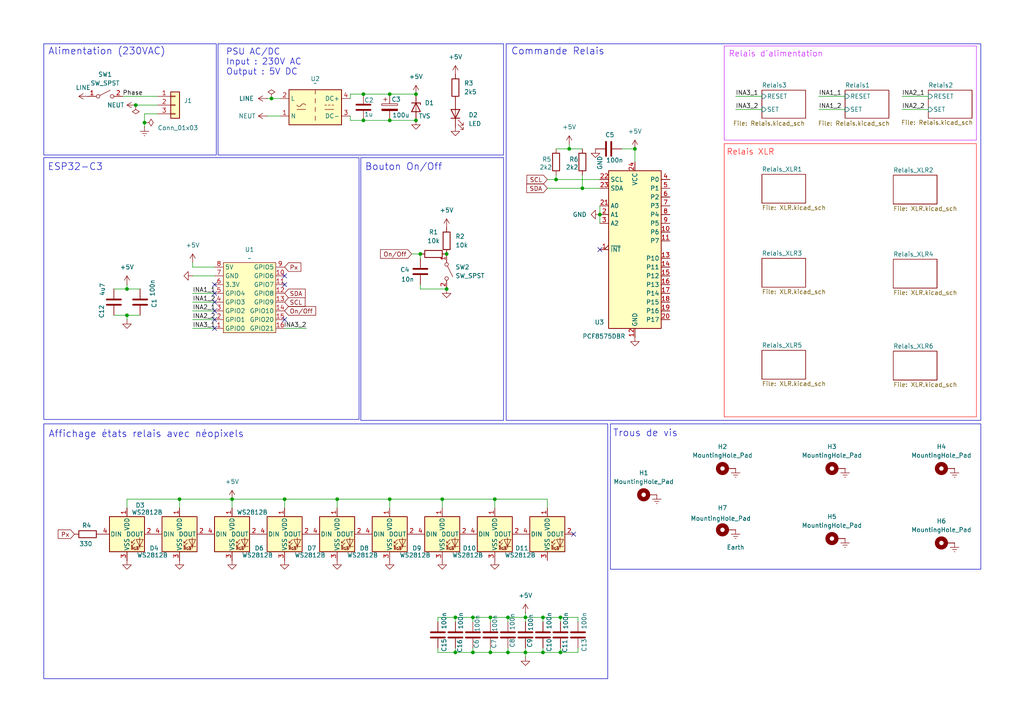
<source format=kicad_sch>
(kicad_sch (version 20250114) (generator "eeschema") (generator_version "9.0")
  (paper "A4")
  (lib_symbols
    (symbol "AC-DC-5V:U_1"
      (property "Reference" "U" (at 5.08 -1.905 0))
      (symbol "U_1_0_1"
        (rectangle (start -7.62 4.445) (end 7.62 -5.715) (stroke (width 0.254)) (fill (type background)))
        (polyline (pts (xy -5.334 -1.27) (xy -2.794 -1.27)))
        (arc (start -4.064 0) (mid -4.699 -0.3855) (end -5.334 0))
        (arc (start -4.064 0) (mid -3.429 0.3722) (end -2.794 0))
        (polyline (pts (xy 2.794 0) (xy 3.302 0)))
        (polyline (pts (xy 2.794 -1.27) (xy 5.334 -1.27)))
        (polyline (pts (xy 3.81 0) (xy 4.318 0)))
        (polyline (pts (xy 4.826 0) (xy 5.334 0)))
      )
      (symbol "U_1_1_1"
        (polyline (pts (xy 0 4.445) (xy 0 3.175)))
        (polyline (pts (xy 0 1.905) (xy 0 0.635)))
        (polyline (pts (xy 0 -0.635) (xy 0 -1.905)))
        (polyline (pts (xy 0 -3.175) (xy 0 -4.445)))
        (pin power_in line (at -10.16 1.905 0) (length 2.54) (name "L") (number "2"))
        (pin power_in line (at -10.16 -3.175 0) (length 2.54) (name "N") (number "1"))
        (pin power_out line (at 10.16 1.905 180) (length 2.54) (name "DC+") (number "4"))
        (pin power_out line (at 10.16 -3.175 180) (length 2.54) (name "DC-") (number "3"))
      )
    )
    (symbol "Connector_Generic:Conn_01x03" (pin_names (offset 1.016) (hide yes))
      (property "Reference" "J" (at 0 5.08 0))
      (property "Value" "Conn_01x03" (at 0 -5.08 0))
      (symbol "Conn_01x03_1_1"
        (rectangle (start -1.27 3.81) (end 1.27 -3.81) (stroke (width 0.254)) (fill (type background)))
        (rectangle (start -1.27 2.667) (end 0 2.413) (stroke (width 0.1524)))
        (rectangle (start -1.27 0.127) (end 0 -0.127) (stroke (width 0.1524)))
        (rectangle (start -1.27 -2.413) (end 0 -2.667) (stroke (width 0.1524)))
        (pin passive line (at -5.08 2.54 0) (length 3.81) (name "Pin_1") (number "1"))
        (pin passive line (at -5.08 0 0) (length 3.81) (name "Pin_2") (number "2"))
        (pin passive line (at -5.08 -2.54 0) (length 3.81) (name "Pin_3") (number "3"))
      )
    )
    (symbol "Device:C" (pin_numbers (hide yes)) (pin_names (offset 0.254))
      (property "Reference" "C" (at 0.635 2.54 0))
      (property "Value" "C" (at 0.635 -2.54 0))
      (symbol "C_0_1"
        (polyline (pts (xy -2.032 0.762) (xy 2.032 0.762)) (stroke (width 0.508)))
        (polyline (pts (xy -2.032 -0.762) (xy 2.032 -0.762)) (stroke (width 0.508)))
      )
      (symbol "C_1_1"
        (pin passive line (at 0 3.81 270) (length 2.794) (name "~") (number "1"))
        (pin passive line (at 0 -3.81 90) (length 2.794) (name "~") (number "2"))
      )
    )
    (symbol "Device:C_Polarized" (pin_numbers (hide yes)) (pin_names (offset 0.254))
      (property "Reference" "C" (at 0.635 2.54 0))
      (property "Value" "C_Polarized" (at 0.635 -2.54 0))
      (symbol "C_Polarized_0_1"
        (rectangle (start -2.286 0.508) (end 2.286 1.016))
        (polyline (pts (xy -1.778 2.286) (xy -0.762 2.286)))
        (polyline (pts (xy -1.27 2.794) (xy -1.27 1.778)))
        (rectangle (start 2.286 -0.508) (end -2.286 -1.016) (fill (type outline)))
      )
      (symbol "C_Polarized_1_1"
        (pin passive line (at 0 3.81 270) (length 2.794) (name "~") (number "1"))
        (pin passive line (at 0 -3.81 90) (length 2.794) (name "~") (number "2"))
      )
    )
    (symbol "Device:LED" (pin_numbers (hide yes)) (pin_names (offset 1.016) (hide yes))
      (property "Reference" "D" (at 0 2.54 0))
      (property "Value" "LED" (at 0 -2.54 0))
      (symbol "LED_0_1"
        (polyline (pts (xy -3.048 -0.762) (xy -4.572 -2.286) (xy -3.81 -2.286) (xy -4.572 -2.286) (xy -4.572 -1.524)))
        (polyline (pts (xy -1.778 -0.762) (xy -3.302 -2.286) (xy -2.54 -2.286) (xy -3.302 -2.286) (xy -3.302 -1.524)))
        (polyline (pts (xy -1.27 0) (xy 1.27 0)))
        (polyline (pts (xy -1.27 -1.27) (xy -1.27 1.27)) (stroke (width 0.254)))
        (polyline (pts (xy 1.27 -1.27) (xy 1.27 1.27) (xy -1.27 0) (xy 1.27 -1.27)) (stroke (width 0.254)))
      )
      (symbol "LED_1_1"
        (pin passive line (at -3.81 0 0) (length 2.54) (name "K") (number "1"))
        (pin passive line (at 3.81 0 180) (length 2.54) (name "A") (number "2"))
      )
    )
    (symbol "Device:R" (pin_numbers (hide yes)) (pin_names (offset 0))
      (property "Reference" "R" (at 2.032 0 90))
      (property "Value" "R" (at 0 0 90))
      (symbol "R_0_1"
        (rectangle (start -1.016 -2.54) (end 1.016 2.54) (stroke (width 0.254)))
      )
      (symbol "R_1_1"
        (pin passive line (at 0 3.81 270) (length 1.27) (name "~") (number "1"))
        (pin passive line (at 0 -3.81 90) (length 1.27) (name "~") (number "2"))
      )
    )
    (symbol "Diode:PTVS7V5Z1USK" (pin_numbers (hide yes)) (pin_names (hide yes))
      (property "Reference" "D" (at 0 2.54 0))
      (property "Value" "PTVS7V5Z1USK" (at 0 -2.54 0))
      (symbol "PTVS7V5Z1USK_0_1"
        (polyline (pts (xy -1.27 -1.27) (xy -1.27 1.27) (xy -0.762 1.27)) (stroke (width 0.254)))
        (polyline (pts (xy 1.27 0) (xy -1.27 0)))
        (polyline (pts (xy 1.27 -1.27) (xy 1.27 1.27) (xy -1.27 0) (xy 1.27 -1.27)) (stroke (width 0.254)))
      )
      (symbol "PTVS7V5Z1USK_1_1"
        (pin passive line (at -3.81 0 0) (length 2.54) (name "K") (number "1"))
        (pin passive line (at 3.81 0 180) (length 2.54) (name "A") (number "2"))
      )
    )
    (symbol "ESP32_C3_SuperMini:SuperMini_1"
      (property "Reference" "U" (at 0 0 0))
      (symbol "SuperMini_1_1_1"
        (rectangle (start -7.62 10.16) (end 7.62 -10.16) (fill (type background)))
        (pin input line (at -10.16 8.89 0) (length 2.54) (name "5V") (number "8"))
        (pin input line (at -10.16 6.35 0) (length 2.54) (name "GND") (number "7"))
        (pin input line (at -10.16 3.81 0) (length 2.54) (name "3.3V") (number "6"))
        (pin input line (at -10.16 1.27 0) (length 2.54) (name "GPIO4") (number "5"))
        (pin input line (at -10.16 -1.27 0) (length 2.54) (name "GPIO3") (number "4"))
        (pin input line (at -10.16 -3.81 0) (length 2.54) (name "GPIO2") (number "3"))
        (pin input line (at -10.16 -6.35 0) (length 2.54) (name "GPIO1") (number "2"))
        (pin input line (at -10.16 -8.89 0) (length 2.54) (name "GPIO0") (number "1"))
        (pin input line (at 10.16 8.89 180) (length 2.54) (name "GPIO5") (number "9"))
        (pin input line (at 10.16 6.35 180) (length 2.54) (name "GPIO6") (number "10"))
        (pin input line (at 10.16 3.81 180) (length 2.54) (name "GPIO7") (number "11"))
        (pin input line (at 10.16 1.27 180) (length 2.54) (name "GPIO8") (number "12"))
        (pin input line (at 10.16 -1.27 180) (length 2.54) (name "GPIO9") (number "13"))
        (pin input line (at 10.16 -3.81 180) (length 2.54) (name "GPIO10") (number "14"))
        (pin input line (at 10.16 -6.35 180) (length 2.54) (name "GPIO20") (number "15"))
        (pin input line (at 10.16 -8.89 180) (length 2.54) (name "GPIO21") (number "16"))
      )
    )
    (symbol "Interface_Expansion:PCF8575DBR"
      (property "Reference" "U" (at -6.35 24.13 0))
      (property "Value" "PCF8575DBR" (at 7.62 -24.13 0))
      (symbol "PCF8575DBR_0_1"
        (rectangle (start -7.62 22.86) (end 7.62 -22.86) (stroke (width 0.254)) (fill (type background)))
      )
      (symbol "PCF8575DBR_1_1"
        (pin input line (at -10.16 20.32 0) (length 2.54) (name "SCL") (number "22"))
        (pin bidirectional line (at -10.16 17.78 0) (length 2.54) (name "SDA") (number "23"))
        (pin input line (at -10.16 12.7 0) (length 2.54) (name "A0") (number "21"))
        (pin input line (at -10.16 10.16 0) (length 2.54) (name "A1") (number "2"))
        (pin input line (at -10.16 7.62 0) (length 2.54) (name "A2") (number "3"))
        (pin open_collector output_low (at -10.16 0 0) (length 2.54) (name "~{INT}") (number "1"))
        (pin power_in line (at 0 25.4 270) (length 2.54) (name "VCC") (number "24"))
        (pin power_in line (at 0 -25.4 90) (length 2.54) (name "GND") (number "12"))
        (pin bidirectional line (at 10.16 20.32 180) (length 2.54) (name "P0") (number "4"))
        (pin bidirectional line (at 10.16 17.78 180) (length 2.54) (name "P1") (number "5"))
        (pin bidirectional line (at 10.16 15.24 180) (length 2.54) (name "P2") (number "6"))
        (pin bidirectional line (at 10.16 12.7 180) (length 2.54) (name "P3") (number "7"))
        (pin bidirectional line (at 10.16 10.16 180) (length 2.54) (name "P4") (number "8"))
        (pin bidirectional line (at 10.16 7.62 180) (length 2.54) (name "P5") (number "9"))
        (pin bidirectional line (at 10.16 5.08 180) (length 2.54) (name "P6") (number "10"))
        (pin bidirectional line (at 10.16 2.54 180) (length 2.54) (name "P7") (number "11"))
        (pin bidirectional line (at 10.16 -2.54 180) (length 2.54) (name "P10") (number "13"))
        (pin bidirectional line (at 10.16 -5.08 180) (length 2.54) (name "P11") (number "14"))
        (pin bidirectional line (at 10.16 -7.62 180) (length 2.54) (name "P12") (number "15"))
        (pin bidirectional line (at 10.16 -10.16 180) (length 2.54) (name "P13") (number "16"))
        (pin bidirectional line (at 10.16 -12.7 180) (length 2.54) (name "P14") (number "17"))
        (pin bidirectional line (at 10.16 -15.24 180) (length 2.54) (name "P15") (number "18"))
        (pin bidirectional line (at 10.16 -17.78 180) (length 2.54) (name "P16") (number "19"))
        (pin bidirectional line (at 10.16 -20.32 180) (length 2.54) (name "P17") (number "20"))
      )
    )
    (symbol "LED:WS2812B" (pin_names (offset 0.254))
      (property "Reference" "D" (at 5.08 5.715 0))
      (property "Value" "WS2812B" (at 1.27 -5.715 0))
      (symbol "WS2812B_0_0"
        (text "RGB" (at 2.286 -4.191 0) (effects (font (size 0.762 0.762))))
      )
      (symbol "WS2812B_0_1"
        (polyline (pts (xy 1.27 -2.54) (xy 1.778 -2.54)))
        (polyline (pts (xy 1.27 -3.556) (xy 1.778 -3.556)))
        (polyline (pts (xy 2.286 -1.524) (xy 1.27 -2.54) (xy 1.27 -2.032)))
        (polyline (pts (xy 2.286 -2.54) (xy 1.27 -3.556) (xy 1.27 -3.048)))
        (polyline (pts (xy 3.683 -1.016) (xy 3.683 -3.556) (xy 3.683 -4.064)))
        (polyline (pts (xy 4.699 -1.524) (xy 2.667 -1.524) (xy 3.683 -3.556) (xy 4.699 -1.524)))
        (polyline (pts (xy 4.699 -3.556) (xy 2.667 -3.556)))
        (rectangle (start 5.08 5.08) (end -5.08 -5.08) (stroke (width 0.254)) (fill (type background)))
      )
      (symbol "WS2812B_1_1"
        (pin input line (at -7.62 0 0) (length 2.54) (name "DIN") (number "4"))
        (pin power_in line (at 0 7.62 270) (length 2.54) (name "VDD") (number "1"))
        (pin power_in line (at 0 -7.62 90) (length 2.54) (name "VSS") (number "3"))
        (pin output line (at 7.62 0 180) (length 2.54) (name "DOUT") (number "2"))
      )
    )
    (symbol "Mechanical:MountingHole_Pad" (pin_numbers (hide yes)) (pin_names (offset 1.016) (hide yes)) (in_bom no)
      (property "Reference" "H" (at 0 6.35 0))
      (property "Value" "MountingHole_Pad" (at 0 4.445 0))
      (symbol "MountingHole_Pad_0_1"
        (circle (center 0 1.27) (radius 1.27) (stroke (width 1.27)))
      )
      (symbol "MountingHole_Pad_1_1"
        (pin input line (at 0 -2.54 90) (length 2.54) (name "1") (number "1"))
      )
    )
    (symbol "Switch:SW_SPST" (pin_names (offset 0) (hide yes))
      (property "Reference" "SW" (at 0 3.175 0))
      (property "Value" "SW_SPST" (at 0 -2.54 0))
      (symbol "SW_SPST_0_0"
        (circle (center -2.032 0) (radius 0.508))
        (polyline (pts (xy -1.524 0.254) (xy 1.524 1.778)))
        (circle (center 2.032 0) (radius 0.508))
      )
      (symbol "SW_SPST_1_1"
        (pin passive line (at -5.08 0 0) (length 2.54) (name "A") (number "1"))
        (pin passive line (at 5.08 0 180) (length 2.54) (name "B") (number "2"))
      )
    )
    (symbol "power:+5V" (power) (pin_numbers (hide yes)) (pin_names (offset 0) (hide yes))
      (property "Value" "+5V" (at 0 3.556 0))
      (symbol "+5V_0_1"
        (polyline (pts (xy -0.762 1.27) (xy 0 2.54)))
        (polyline (pts (xy 0 2.54) (xy 0.762 1.27)))
        (polyline (pts (xy 0 0) (xy 0 2.54)))
      )
      (symbol "+5V_1_1"
        (pin power_in line (at 0 0 90) (length 0) (name "~") (number "1"))
      )
    )
    (symbol "power:Earth" (power) (pin_numbers (hide yes)) (pin_names (offset 0) (hide yes))
      (property "Value" "Earth" (at 0 -3.81 0))
      (symbol "Earth_0_1"
        (polyline (pts (xy -0.635 -1.905) (xy 0.635 -1.905)))
        (polyline (pts (xy -0.127 -2.54) (xy 0.127 -2.54)))
        (polyline (pts (xy 0 -1.27) (xy 0 0)))
        (polyline (pts (xy 1.27 -1.27) (xy -1.27 -1.27)))
      )
      (symbol "Earth_1_1"
        (pin power_in line (at 0 0 270) (length 0) (name "~") (number "1"))
      )
    )
    (symbol "power:GND" (power) (pin_numbers (hide yes)) (pin_names (offset 0) (hide yes))
      (property "Value" "GND" (at 0 -3.81 0))
      (symbol "GND_0_1"
        (polyline (pts (xy 0 0) (xy 0 -1.27) (xy 1.27 -1.27) (xy 0 -2.54) (xy -1.27 -1.27) (xy 0 -1.27)))
      )
      (symbol "GND_1_1"
        (pin power_in line (at 0 0 270) (length 0) (name "~") (number "1"))
      )
    )
    (symbol "power:LINE" (power) (pin_numbers (hide yes)) (pin_names (offset 0) (hide yes))
      (property "Value" "LINE" (at 0 3.556 0))
      (symbol "LINE_0_1"
        (polyline (pts (xy -0.762 1.27) (xy 0 2.54)))
        (polyline (pts (xy 0 2.54) (xy 0.762 1.27)))
        (polyline (pts (xy 0 0) (xy 0 2.54)))
      )
      (symbol "LINE_1_1"
        (pin power_in line (at 0 0 90) (length 0) (name "~") (number "1"))
      )
    )
    (symbol "power:NEUT" (power) (pin_numbers (hide yes)) (pin_names (offset 0) (hide yes))
      (property "Value" "NEUT" (at 0 3.556 0))
      (symbol "NEUT_0_1"
        (polyline (pts (xy -0.762 1.27) (xy 0 2.54)))
        (polyline (pts (xy 0 2.54) (xy 0.762 1.27)))
        (polyline (pts (xy 0 0) (xy 0 2.54)))
      )
      (symbol "NEUT_1_1"
        (pin power_in line (at 0 0 90) (length 0) (name "~") (number "1"))
      )
    )
    (symbol "power:PWR_FLAG" (power) (pin_numbers (hide yes)) (pin_names (offset 0) (hide yes))
      (property "Value" "PWR_FLAG" (at 0 3.81 0))
      (symbol "PWR_FLAG_0_0"
        (pin power_out line (at 0 0 90) (length 0) (name "~") (number "1"))
      )
      (symbol "PWR_FLAG_0_1"
        (polyline (pts (xy 0 0) (xy 0 1.27) (xy -1.016 1.905) (xy 0 2.54) (xy 1.016 1.905) (xy 0 1.27)))
      )
    )
  )
  (rectangle (start 177.038 122.936) (end 284.48 165.1))
  (rectangle (start 12.7 45.72) (end 104.14 121.666))
  (rectangle (start 146.812 12.7) (end 284.48 121.92))
  (rectangle (start 12.7 122.936) (end 176.276 196.85))
  (rectangle (start 63.246 12.7) (end 146.05 44.958))
  (rectangle (start 12.7 12.7) (end 62.738 44.958))
  (rectangle (start 104.648 45.72) (end 146.05 121.92))
  (rectangle (start 210.058 13.335) (end 283.21 40.64) (stroke (width 0) (color 200 33 255 1)))
  (rectangle (start 210.058 41.656) (end 283.21 120.904) (stroke (width 0) (color 255 25 25 1)))
  (text "Affichage états relais avec néopixels\n" (at 42.418 125.984 0) (effects (font (size 2 2))))
  (text "PSU AC/DC \nInput : 230V AC\nOutput : 5V DC" (at 65.532 18.034 0) (effects (font (size 1.8 1.8)) (justify left)))
  (text "Alimentation (230VAC)\n" (at 30.988 14.986 0) (effects (font (size 2 2))))
  (text "Commande Relais\n" (at 161.798 14.986 0) (effects (font (size 2 2))))
  (text "Bouton On/Off" (at 117.094 48.514 0) (effects (font (size 2 2))))
  (text "Trous de vis" (at 187.198 125.73 0) (effects (font (size 2 2))))
  (text "ESP32-C3" (at 21.844 48.514 0) (effects (font (size 2 2))))
  (text "Relais XLR" (at 217.678 44.196 0) (effects (font (size 1.7 1.7))))
  (text "Relais d'alimentation" (at 225.044 15.748 0) (effects (font (size 1.7 1.7))))
  (junction (at 168.91 54.61))
  (junction (at 142.24 189.23))
  (junction (at 132.08 179.07))
  (junction (at 78.74 28.575))
  (junction (at 113.03 34.925))
  (junction (at 142.24 179.07))
  (junction (at 105.41 34.925))
  (junction (at 157.48 179.07))
  (junction (at 147.32 179.07))
  (junction (at 162.56 189.23))
  (junction (at 36.83 83.82))
  (junction (at 113.03 27.305))
  (junction (at 121.92 73.66))
  (junction (at 120.65 27.305))
  (junction (at 173.99 62.23))
  (junction (at 143.51 144.78))
  (junction (at 147.32 189.23))
  (junction (at 152.4 189.23))
  (junction (at 113.03 144.78))
  (junction (at 39.37 30.48))
  (junction (at 162.56 179.07))
  (junction (at 129.54 83.82))
  (junction (at 184.15 43.18))
  (junction (at 120.65 34.925))
  (junction (at 128.27 144.78))
  (junction (at 137.16 179.07))
  (junction (at 52.07 144.78))
  (junction (at 137.16 189.23))
  (junction (at 41.91 35.56))
  (junction (at 161.29 52.07))
  (junction (at 132.08 189.23))
  (junction (at 157.48 189.23))
  (junction (at 105.41 27.305))
  (junction (at 165.1 43.18))
  (junction (at 97.79 144.78))
  (junction (at 82.55 144.78))
  (junction (at 36.83 91.44))
  (junction (at 129.54 73.66))
  (junction (at 152.4 179.07))
  (junction (at 67.31 144.78))
  (no_connect (at 62.23 92.71))
  (no_connect (at 62.23 90.17))
  (no_connect (at 62.23 85.09))
  (no_connect (at 82.55 92.71))
  (no_connect (at 166.37 154.94))
  (no_connect (at 62.23 87.63))
  (no_connect (at 82.55 82.55))
  (no_connect (at 173.99 72.39))
  (no_connect (at 82.55 80.01))
  (no_connect (at 62.23 82.55))
  (no_connect (at 62.23 95.25))
  (wire (pts (xy 237.49 27.94) (xy 245.11 27.94)))
  (wire (pts (xy 261.62 31.75) (xy 269.24 31.75)))
  (wire (pts (xy 147.32 179.07) (xy 147.32 180.34)))
  (wire (pts (xy 36.83 91.44) (xy 36.83 92.71)))
  (wire (pts (xy 152.4 189.23) (xy 152.4 187.96)))
  (wire (pts (xy 162.56 189.23) (xy 162.56 187.96)))
  (wire (pts (xy 55.88 90.17) (xy 62.23 90.17)))
  (wire (pts (xy 157.48 179.07) (xy 162.56 179.07)))
  (wire (pts (xy 41.91 33.02) (xy 41.91 35.56)))
  (wire (pts (xy 213.36 27.94) (xy 220.98 27.94)))
  (wire (pts (xy 88.9 95.25) (xy 82.55 95.25)))
  (wire (pts (xy 158.75 52.07) (xy 161.29 52.07)))
  (wire (pts (xy 137.16 180.34) (xy 137.16 179.07)))
  (wire (pts (xy 101.6 28.575) (xy 101.6 27.305)))
  (wire (pts (xy 132.08 179.07) (xy 137.16 179.07)))
  (wire (pts (xy 143.51 144.78) (xy 143.51 147.32)))
  (wire (pts (xy 168.91 54.61) (xy 173.99 54.61)))
  (wire (pts (xy 161.29 52.07) (xy 173.99 52.07)))
  (wire (pts (xy 39.37 30.48) (xy 45.72 30.48)))
  (wire (pts (xy 128.27 144.78) (xy 113.03 144.78)))
  (wire (pts (xy 152.4 189.23) (xy 157.48 189.23)))
  (wire (pts (xy 165.1 43.18) (xy 168.91 43.18)))
  (wire (pts (xy 33.02 83.82) (xy 36.83 83.82)))
  (wire (pts (xy 113.03 27.305) (xy 120.65 27.305)))
  (wire (pts (xy 165.1 41.91) (xy 165.1 43.18)))
  (wire (pts (xy 184.15 46.99) (xy 184.15 43.18)))
  (wire (pts (xy 101.6 34.925) (xy 105.41 34.925)))
  (wire (pts (xy 157.48 189.23) (xy 162.56 189.23)))
  (wire (pts (xy 67.31 144.78) (xy 82.55 144.78)))
  (wire (pts (xy 237.49 31.75) (xy 245.11 31.75)))
  (wire (pts (xy 101.6 33.655) (xy 101.6 34.925)))
  (wire (pts (xy 127 180.34) (xy 127 179.07)))
  (wire (pts (xy 137.16 187.96) (xy 137.16 189.23)))
  (wire (pts (xy 167.64 189.23) (xy 162.56 189.23)))
  (wire (pts (xy 157.48 187.96) (xy 157.48 189.23)))
  (wire (pts (xy 158.75 54.61) (xy 168.91 54.61)))
  (wire (pts (xy 261.62 27.94) (xy 269.24 27.94)))
  (wire (pts (xy 97.79 147.32) (xy 97.79 144.78)))
  (wire (pts (xy 184.15 43.18) (xy 180.34 43.18)))
  (wire (pts (xy 137.16 179.07) (xy 142.24 179.07)))
  (wire (pts (xy 36.83 91.44) (xy 40.64 91.44)))
  (wire (pts (xy 105.41 27.305) (xy 101.6 27.305)))
  (wire (pts (xy 158.75 147.32) (xy 158.75 144.78)))
  (wire (pts (xy 78.74 28.575) (xy 81.28 28.575)))
  (wire (pts (xy 132.08 187.96) (xy 132.08 189.23)))
  (wire (pts (xy 161.29 43.18) (xy 165.1 43.18)))
  (wire (pts (xy 161.29 50.8) (xy 161.29 52.07)))
  (wire (pts (xy 36.83 144.78) (xy 36.83 147.32)))
  (wire (pts (xy 36.83 82.55) (xy 36.83 83.82)))
  (wire (pts (xy 168.91 50.8) (xy 168.91 54.61)))
  (wire (pts (xy 41.91 35.56) (xy 41.91 36.83)))
  (wire (pts (xy 142.24 189.23) (xy 147.32 189.23)))
  (wire (pts (xy 152.4 179.07) (xy 152.4 180.34)))
  (wire (pts (xy 55.88 80.01) (xy 62.23 80.01)))
  (wire (pts (xy 128.27 144.78) (xy 128.27 147.32)))
  (wire (pts (xy 35.56 27.94) (xy 45.72 27.94)))
  (wire (pts (xy 55.88 85.09) (xy 62.23 85.09)))
  (wire (pts (xy 137.16 189.23) (xy 142.24 189.23)))
  (wire (pts (xy 121.92 83.82) (xy 129.54 83.82)))
  (wire (pts (xy 52.07 144.78) (xy 36.83 144.78)))
  (wire (pts (xy 105.41 34.925) (xy 113.03 34.925)))
  (wire (pts (xy 45.72 33.02) (xy 41.91 33.02)))
  (wire (pts (xy 147.32 187.96) (xy 147.32 189.23)))
  (wire (pts (xy 143.51 144.78) (xy 128.27 144.78)))
  (wire (pts (xy 152.4 189.23) (xy 152.4 190.5)))
  (wire (pts (xy 132.08 189.23) (xy 137.16 189.23)))
  (wire (pts (xy 173.99 62.23) (xy 173.99 64.77)))
  (wire (pts (xy 33.02 91.44) (xy 36.83 91.44)))
  (wire (pts (xy 77.47 28.575) (xy 78.74 28.575)))
  (wire (pts (xy 55.88 76.2) (xy 55.88 77.47)))
  (wire (pts (xy 213.36 31.75) (xy 220.98 31.75)))
  (wire (pts (xy 157.48 179.07) (xy 157.48 180.34)))
  (wire (pts (xy 55.88 92.71) (xy 62.23 92.71)))
  (wire (pts (xy 55.88 95.25) (xy 62.23 95.25)))
  (wire (pts (xy 97.79 144.78) (xy 113.03 144.78)))
  (wire (pts (xy 167.64 180.34) (xy 167.64 179.07)))
  (wire (pts (xy 82.55 144.78) (xy 82.55 147.32)))
  (wire (pts (xy 142.24 179.07) (xy 147.32 179.07)))
  (wire (pts (xy 105.41 27.305) (xy 113.03 27.305)))
  (wire (pts (xy 158.75 144.78) (xy 143.51 144.78)))
  (wire (pts (xy 167.64 179.07) (xy 162.56 179.07)))
  (wire (pts (xy 55.88 77.47) (xy 62.23 77.47)))
  (wire (pts (xy 127 189.23) (xy 132.08 189.23)))
  (wire (pts (xy 152.4 177.8) (xy 152.4 179.07)))
  (wire (pts (xy 121.92 82.55) (xy 121.92 83.82)))
  (wire (pts (xy 67.31 147.32) (xy 67.31 144.78)))
  (wire (pts (xy 147.32 179.07) (xy 152.4 179.07)))
  (wire (pts (xy 82.55 144.78) (xy 97.79 144.78)))
  (wire (pts (xy 119.38 73.66) (xy 121.92 73.66)))
  (wire (pts (xy 81.28 33.655) (xy 77.47 33.655)))
  (wire (pts (xy 173.99 59.69) (xy 173.99 62.23)))
  (wire (pts (xy 52.07 144.78) (xy 67.31 144.78)))
  (wire (pts (xy 132.08 179.07) (xy 132.08 180.34)))
  (wire (pts (xy 142.24 189.23) (xy 142.24 187.96)))
  (wire (pts (xy 167.64 187.96) (xy 167.64 189.23)))
  (wire (pts (xy 113.03 147.32) (xy 113.03 144.78)))
  (wire (pts (xy 113.03 34.925) (xy 120.65 34.925)))
  (wire (pts (xy 52.07 144.78) (xy 52.07 147.32)))
  (wire (pts (xy 152.4 179.07) (xy 157.48 179.07)))
  (wire (pts (xy 36.83 83.82) (xy 40.64 83.82)))
  (wire (pts (xy 142.24 179.07) (xy 142.24 180.34)))
  (wire (pts (xy 162.56 179.07) (xy 162.56 180.34)))
  (wire (pts (xy 121.92 74.93) (xy 121.92 73.66)))
  (wire (pts (xy 127 179.07) (xy 132.08 179.07)))
  (wire (pts (xy 147.32 189.23) (xy 152.4 189.23)))
  (wire (pts (xy 55.88 87.63) (xy 62.23 87.63)))
  (wire (pts (xy 127 187.96) (xy 127 189.23)))
  (label "INA2_2" (at 261.62 31.75 0))
  (label "INA1_2" (at 55.88 87.63 0))
  (label "INA3_1" (at 55.88 95.25 0))
  (label "INA2_2" (at 55.88 92.71 0))
  (label "INA1_1" (at 55.88 85.09 0))
  (label "INA3_1" (at 213.36 27.94 0))
  (label "INA2_1" (at 55.88 90.17 0))
  (label "INA3_2" (at 213.36 31.75 0))
  (label "INA3_2" (at 88.9 95.25 180))
  (label "INA2_1" (at 261.62 27.94 0))
  (label "INA1_1" (at 237.49 27.94 0))
  (label "Phase" (at 35.56 27.94 0))
  (label "INA1_2" (at 237.49 31.75 0))
  (global_label "SDA" (shape input) (at 82.55 85.09 0) (property "Intersheetrefs" "${INTERSHEET_REFS}" (effects (hide yes))))
  (global_label "On{slash}Off" (shape input) (at 119.38 73.66 180) (property "Intersheetrefs" "${INTERSHEET_REFS}" (effects (hide yes))))
  (global_label "On{slash}Off" (shape input) (at 82.55 90.17 0) (property "Intersheetrefs" "${INTERSHEET_REFS}" (effects (hide yes))))
  (global_label "Px" (shape input) (at 21.59 154.94 180) (property "Intersheetrefs" "${INTERSHEET_REFS}" (effects (hide yes))))
  (global_label "SCL" (shape input) (at 82.55 87.63 0) (property "Intersheetrefs" "${INTERSHEET_REFS}" (effects (hide yes))))
  (global_label "Px" (shape input) (at 82.55 77.47 0) (property "Intersheetrefs" "${INTERSHEET_REFS}" (effects (hide yes))))
  (global_label "SDA" (shape input) (at 158.75 54.61 180) (property "Intersheetrefs" "${INTERSHEET_REFS}" (effects (hide yes))))
  (global_label "SCL" (shape input) (at 158.75 52.07 180) (property "Intersheetrefs" "${INTERSHEET_REFS}" (effects (hide yes))))
  (symbol (lib_id "Device:R") (at 129.54 69.85 0) (unit 1)
    (property "Reference" "R2" (at 132.08 68.5799 0) (effects (justify left)))
    (property "Value" "10k" (at 132.08 71.1199 0) (effects (justify left)))
    (property "Footprint" "Resistor_SMD:R_0603_1608Metric_Pad0.98x0.95mm_HandSolder" (effects (hide yes)))
    (property "Description" "Resistor" (effects (hide yes)))
  )
  (symbol (lib_id "Device:C") (at 121.92 78.74 0) (unit 1)
    (property "Reference" "C4" (at 116.078 78.232 0) (effects (justify left)))
    (property "Value" "10n" (at 116.332 81.026 0) (effects (justify left)))
    (property "Footprint" "Capacitor_SMD:C_0603_1608Metric_Pad1.08x0.95mm_HandSolder" (effects (hide yes)))
    (property "Description" "Unpolarized capacitor" (effects (hide yes)))
  )
  (symbol (lib_id "Device:R") (at 25.4 154.94 90) (unit 1)
    (property "Reference" "R4" (at 25.146 152.4 90))
    (property "Value" "330" (at 24.892 157.734 90))
    (property "Footprint" "Resistor_SMD:R_0603_1608Metric_Pad0.98x0.95mm_HandSolder" (effects (hide yes)))
    (property "Description" "Resistor" (effects (hide yes)))
  )
  (symbol (lib_id "Mechanical:MountingHole_Pad") (at 210.82 135.89 90) (unit 1) (in_bom no)
    (property "Reference" "H2" (at 209.55 129.54 90))
    (property "Value" "MountingHole_Pad" (at 209.55 132.08 90))
    (property "Footprint" "MountingHole:MountingHole_3.2mm_M3_DIN965_Pad_TopBottom" (effects (hide yes)))
    (property "Description" "Mounting Hole with connection" (effects (hide yes)))
  )
  (symbol (lib_id "ESP32_C3_SuperMini:SuperMini_1") (at 72.39 86.36 0) (unit 1)
    (property "Reference" "U1" (at 72.39 72.39 0))
    (property "Value" "~" (at 72.39 74.93 0))
    (property "Footprint" "ESP32_C3_SuperMini:SuperMini SMT" (effects (hide yes)))
    (property "Datasheet" "https://www.sudo.is/docs/esphome/boards/esp32c3supermini/" (effects (hide yes)))
    (property "MPN" "ESP-C3 SuperMini" (effects (hide yes)))
  )
  (symbol (lib_id "power:+5V") (at 55.88 76.2 0) (unit 1)
    (property "Reference" "#PWR06" (effects (hide yes)))
    (property "Value" "+5V" (at 55.88 71.12 0))
    (property "Description" "Power symbol creates a global label with name \"+5V\"" (effects (hide yes)))
  )
  (symbol (lib_id "power:+5V") (at 132.08 21.59 0) (unit 1)
    (property "Reference" "#PWR018" (effects (hide yes)))
    (property "Value" "+5V" (at 132.08 16.51 0))
    (property "Description" "Power symbol creates a global label with name \"+5V\"" (effects (hide yes)))
  )
  (symbol (lib_id "power:Earth") (at 245.11 156.21 0) (unit 1)
    (property "Reference" "#PWR014" (effects (hide yes)))
    (property "Value" "Earth" (effects (hide yes)))
    (property "Description" "Power symbol creates a global label with name \"Earth\"" (effects (hide yes)))
  )
  (symbol (lib_id "power:GND") (at 132.08 36.83 0) (unit 1)
    (property "Reference" "#PWR019" (effects (hide yes)))
    (property "Value" "GND" (effects (hide yes)))
    (property "Description" "Power symbol creates a global label with name \"GND\" , ground" (effects (hide yes)))
  )
  (symbol (lib_id "Connector_Generic:Conn_01x03") (at 50.8 30.48 0) (unit 1)
    (property "Reference" "J1" (at 53.34 29.2099 0) (effects (justify left)))
    (property "Value" "Conn_01x03" (at 45.72 37.084 0) (effects (justify left)))
    (property "Footprint" "Conn_Alim:Conn_Secteur" (effects (hide yes)))
    (property "Description" "Generic connector, single row, 01x03, script generated (kicad-library-utils/schlib/autogen/connector/)" (effects (hide yes)))
  )
  (symbol (lib_id "Device:C") (at 162.56 184.15 0) (unit 1)
    (property "Reference" "C11" (at 163.83 185.42 90) (effects (justify right)))
    (property "Value" "100n" (at 164.084 177.546 90) (effects (justify right)))
    (property "Footprint" "Capacitor_SMD:C_0603_1608Metric_Pad1.08x0.95mm_HandSolder" (effects (hide yes)))
    (property "Description" "Unpolarized capacitor" (effects (hide yes)))
  )
  (symbol (lib_id "power:GND") (at 172.72 43.18 0) (unit 1)
    (property "Reference" "#PWR025" (effects (hide yes)))
    (property "Value" "GND" (at 173.99 47.244 90))
    (property "Description" "Power symbol creates a global label with name \"GND\" , ground" (effects (hide yes)))
  )
  (symbol (lib_id "Device:C") (at 137.16 184.15 0) (unit 1)
    (property "Reference" "C6" (at 138.176 185.42 90) (effects (justify right)))
    (property "Value" "100n" (at 138.43 178.308 90) (effects (justify right)))
    (property "Footprint" "Capacitor_SMD:C_0603_1608Metric_Pad1.08x0.95mm_HandSolder" (effects (hide yes)))
    (property "Description" "Unpolarized capacitor" (effects (hide yes)))
  )
  (symbol (lib_id "power:Earth") (at 213.36 135.89 0) (unit 1)
    (property "Reference" "#PWR021" (effects (hide yes)))
    (property "Value" "Earth" (effects (hide yes)))
    (property "Description" "Power symbol creates a global label with name \"Earth\"" (effects (hide yes)))
  )
  (symbol (lib_id "Mechanical:MountingHole_Pad") (at 242.57 156.21 90) (unit 1) (in_bom no)
    (property "Reference" "H5" (at 241.3 149.86 90))
    (property "Value" "MountingHole_Pad" (at 241.3 152.4 90))
    (property "Footprint" "MountingHole:MountingHole_3.2mm_M3_DIN965_Pad_TopBottom" (effects (hide yes)))
    (property "Description" "Mounting Hole with connection" (effects (hide yes)))
  )
  (symbol (lib_id "power:+5V") (at 165.1 41.91 0) (unit 1)
    (property "Reference" "#PWR023" (effects (hide yes)))
    (property "Value" "+5V" (at 165.1 36.83 0))
    (property "Description" "Power symbol creates a global label with name \"+5V\"" (effects (hide yes)))
  )
  (symbol (lib_id "power:Earth") (at 276.86 157.48 0) (unit 1)
    (property "Reference" "#PWR015" (effects (hide yes)))
    (property "Value" "Earth" (effects (hide yes)))
    (property "Description" "Power symbol creates a global label with name \"Earth\"" (effects (hide yes)))
  )
  (symbol (lib_id "LED:WS2812B") (at 82.55 154.94 0) (unit 1)
    (property "Reference" "D6" (at 75.184 159.004 0))
    (property "Value" "WS2812B" (at 74.676 161.036 0))
    (property "Footprint" "LED_SMD:LED_WS2812B_PLCC4_5.0x5.0mm_P3.2mm" (effects (hide yes)))
    (property "Datasheet" "https://cdn-shop.adafruit.com/datasheets/WS2812B.pdf" (effects (hide yes)))
    (property "Description" "RGB LED with integrated controller" (effects (hide yes)))
  )
  (symbol (lib_id "power:GND") (at 67.31 162.56 0) (unit 1)
    (property "Reference" "#PWR030" (effects (hide yes)))
    (property "Value" "GND" (effects (hide yes)))
    (property "Description" "Power symbol creates a global label with name \"GND\" , ground" (effects (hide yes)))
  )
  (symbol (lib_id "power:Earth") (at 245.11 135.89 0) (unit 1)
    (property "Reference" "#PWR013" (effects (hide yes)))
    (property "Value" "Earth" (effects (hide yes)))
    (property "Description" "Power symbol creates a global label with name \"Earth\"" (effects (hide yes)))
  )
  (symbol (lib_id "Mechanical:MountingHole_Pad") (at 210.82 153.67 90) (unit 1) (in_bom no)
    (property "Reference" "H7" (at 209.55 147.32 90))
    (property "Value" "MountingHole_Pad" (at 209.042 150.368 90))
    (property "Footprint" "MountingHole:MountingHole_2.2mm_M2_DIN965_Pad_TopBottom" (effects (hide yes)))
    (property "Description" "Mounting Hole with connection" (effects (hide yes)))
  )
  (symbol (lib_id "Device:R") (at 161.29 46.99 0) (unit 1)
    (property "Reference" "R5" (at 157.226 46.228 0) (effects (justify left)))
    (property "Value" "2k2" (at 156.464 48.514 0) (effects (justify left)))
    (property "Footprint" "Resistor_SMD:R_0603_1608Metric_Pad0.98x0.95mm_HandSolder" (effects (hide yes)))
    (property "Description" "Resistor" (effects (hide yes)))
  )
  (symbol (lib_id "power:PWR_FLAG") (at 41.91 35.56 270) (unit 1)
    (property "Reference" "#FLG02" (effects (hide yes)))
    (property "Value" "PWR_FLAG" (effects (hide yes)))
    (property "Description" "Special symbol for telling ERC where power comes from" (effects (hide yes)))
  )
  (symbol (lib_id "power:GND") (at 152.4 190.5 0) (unit 1)
    (property "Reference" "#PWR035" (effects (hide yes)))
    (property "Value" "GND" (effects (hide yes)))
    (property "Description" "Power symbol creates a global label with name \"GND\" , ground" (effects (hide yes)))
  )
  (symbol (lib_id "Device:C") (at 127 184.15 0) (unit 1)
    (property "Reference" "C15" (at 128.778 185.166 90) (effects (justify right)))
    (property "Value" "100n" (at 128.778 177.546 90) (effects (justify right)))
    (property "Footprint" "Capacitor_SMD:C_0603_1608Metric_Pad1.08x0.95mm_HandSolder" (effects (hide yes)))
    (property "Description" "Unpolarized capacitor" (effects (hide yes)))
  )
  (symbol (lib_id "LED:WS2812B") (at 67.31 154.94 0) (unit 1)
    (property "Reference" "D5" (effects (hide yes)))
    (property "Value" "WS2812B" (at 73.152 148.59 0))
    (property "Footprint" "LED_SMD:LED_WS2812B_PLCC4_5.0x5.0mm_P3.2mm" (effects (hide yes)))
    (property "Datasheet" "https://cdn-shop.adafruit.com/datasheets/WS2812B.pdf" (effects (hide yes)))
    (property "Description" "RGB LED with integrated controller" (effects (hide yes)))
  )
  (symbol (lib_id "Device:C") (at 132.08 184.15 0) (unit 1)
    (property "Reference" "C16" (at 133.35 185.42 90) (effects (justify right)))
    (property "Value" "100n" (at 133.604 177.546 90) (effects (justify right)))
    (property "Footprint" "Capacitor_SMD:C_0603_1608Metric_Pad1.08x0.95mm_HandSolder" (effects (hide yes)))
    (property "Description" "Unpolarized capacitor" (effects (hide yes)))
  )
  (symbol (lib_id "LED:WS2812B") (at 143.51 154.94 0) (unit 1)
    (property "Reference" "D10" (at 136.144 159.004 0))
    (property "Value" "WS2812B" (at 135.636 161.036 0))
    (property "Footprint" "LED_SMD:LED_WS2812B_PLCC4_5.0x5.0mm_P3.2mm" (effects (hide yes)))
    (property "Datasheet" "https://cdn-shop.adafruit.com/datasheets/WS2812B.pdf" (effects (hide yes)))
    (property "Description" "RGB LED with integrated controller" (effects (hide yes)))
  )
  (symbol (lib_id "power:LINE") (at 77.47 28.575 90) (unit 1)
    (property "Reference" "#PWR08" (effects (hide yes)))
    (property "Value" "LINE" (at 73.66 28.5749 90) (effects (justify left)))
    (property "Description" "Power symbol creates a global label with name \"LINE\"" (effects (hide yes)))
  )
  (symbol (lib_id "power:GND") (at 36.83 92.71 0) (unit 1)
    (property "Reference" "#PWR03" (effects (hide yes)))
    (property "Value" "GND" (effects (hide yes)))
    (property "Description" "Power symbol creates a global label with name \"GND\" , ground" (effects (hide yes)))
  )
  (symbol (lib_id "Device:C") (at 40.64 87.63 0) (unit 1)
    (property "Reference" "C1" (at 44.704 86.614 90) (effects (justify right)))
    (property "Value" "100n" (at 44.196 81.026 90) (effects (justify right)))
    (property "Footprint" "Capacitor_SMD:C_0603_1608Metric_Pad1.08x0.95mm_HandSolder" (effects (hide yes)))
    (property "Description" "Unpolarized capacitor" (effects (hide yes)))
  )
  (symbol (lib_id "power:GND") (at 82.55 162.56 0) (unit 1)
    (property "Reference" "#PWR031" (effects (hide yes)))
    (property "Value" "GND" (effects (hide yes)))
    (property "Description" "Power symbol creates a global label with name \"GND\" , ground" (effects (hide yes)))
  )
  (symbol (lib_id "power:GND") (at 173.99 62.23 270) (unit 1)
    (property "Reference" "#PWR026" (effects (hide yes)))
    (property "Value" "GND" (at 170.18 62.2299 90) (effects (justify right)))
    (property "Description" "Power symbol creates a global label with name \"GND\" , ground" (effects (hide yes)))
  )
  (symbol (lib_id "Device:C") (at 157.48 184.15 0) (unit 1)
    (property "Reference" "C10" (at 159.258 185.166 90) (effects (justify right)))
    (property "Value" "100n" (at 159.258 177.546 90) (effects (justify right)))
    (property "Footprint" "Capacitor_SMD:C_0603_1608Metric_Pad1.08x0.95mm_HandSolder" (effects (hide yes)))
    (property "Description" "Unpolarized capacitor" (effects (hide yes)))
  )
  (symbol (lib_id "Mechanical:MountingHole_Pad") (at 274.32 135.89 90) (unit 1) (in_bom no)
    (property "Reference" "H4" (at 273.05 129.54 90))
    (property "Value" "MountingHole_Pad" (at 273.05 132.08 90))
    (property "Footprint" "MountingHole:MountingHole_2.2mm_M2_DIN965_Pad_TopBottom" (effects (hide yes)))
    (property "Description" "Mounting Hole with connection" (effects (hide yes)))
  )
  (symbol (lib_id "power:GND") (at 129.54 83.82 0) (unit 1)
    (property "Reference" "#PWR017" (effects (hide yes)))
    (property "Value" "GND" (effects (hide yes)))
    (property "Description" "Power symbol creates a global label with name \"GND\" , ground" (effects (hide yes)))
  )
  (symbol (lib_id "power:NEUT") (at 77.47 33.655 90) (unit 1)
    (property "Reference" "#PWR09" (effects (hide yes)))
    (property "Value" "NEUT" (at 74.168 33.655 90) (effects (justify left)))
    (property "Description" "Power symbol creates a global label with name \"NEUT\"" (effects (hide yes)))
  )
  (symbol (lib_id "power:GND") (at 184.15 97.79 0) (unit 1)
    (property "Reference" "#PWR028" (effects (hide yes)))
    (property "Value" "GND" (effects (hide yes)))
    (property "Description" "Power symbol creates a global label with name \"GND\" , ground" (effects (hide yes)))
  )
  (symbol (lib_id "LED:WS2812B") (at 36.83 154.94 0) (unit 1)
    (property "Reference" "D3" (at 40.64 146.558 0))
    (property "Value" "WS2812B" (at 42.672 148.59 0))
    (property "Footprint" "LED_SMD:LED_WS2812B_PLCC4_5.0x5.0mm_P3.2mm" (effects (hide yes)))
    (property "Datasheet" "https://cdn-shop.adafruit.com/datasheets/WS2812B.pdf" (effects (hide yes)))
    (property "Description" "RGB LED with integrated controller" (effects (hide yes)))
  )
  (symbol (lib_id "Device:C") (at 105.41 31.115 0) (unit 1)
    (property "Reference" "C2" (at 105.664 29.083 0) (effects (justify left)))
    (property "Value" "1u" (at 105.664 33.147 0) (effects (justify left)))
    (property "Footprint" "Capacitor_SMD:C_0201_0603Metric_Pad0.64x0.40mm_HandSolder" (effects (hide yes)))
    (property "Description" "Unpolarized capacitor" (effects (hide yes)))
    (property "MPN" "885012206076" (effects (hide yes)))
  )
  (symbol (lib_id "Device:C") (at 176.53 43.18 90) (unit 1)
    (property "Reference" "C5" (at 175.514 39.116 90) (effects (justify right)))
    (property "Value" "100n" (at 175.768 46.482 90) (effects (justify right)))
    (property "Footprint" "Capacitor_SMD:C_0603_1608Metric_Pad1.08x0.95mm_HandSolder" (effects (hide yes)))
    (property "Description" "Unpolarized capacitor" (effects (hide yes)))
  )
  (symbol (lib_id "Switch:SW_SPST") (at 129.54 78.74 270) (unit 1)
    (property "Reference" "SW2" (at 132.08 77.4699 90) (effects (justify left)))
    (property "Value" "SW_SPST" (at 132.08 80.0099 90) (effects (justify left)))
    (property "Footprint" "Switch:Wurth_2pin_P5.0mm" (effects (hide yes)))
    (property "Description" "Single Pole Single Throw (SPST) switch" (effects (hide yes)))
  )
  (symbol (lib_id "Mechanical:MountingHole_Pad") (at 242.57 135.89 90) (unit 1) (in_bom no)
    (property "Reference" "H3" (at 241.3 129.54 90))
    (property "Value" "MountingHole_Pad" (at 241.3 132.08 90))
    (property "Footprint" "MountingHole:MountingHole_2.2mm_M2_DIN965_Pad_TopBottom" (effects (hide yes)))
    (property "Description" "Mounting Hole with connection" (effects (hide yes)))
  )
  (symbol (lib_id "power:PWR_FLAG") (at 39.37 30.48 180) (unit 1)
    (property "Reference" "#FLG01" (effects (hide yes)))
    (property "Value" "PWR_FLAG" (effects (hide yes)))
    (property "Description" "Special symbol for telling ERC where power comes from" (effects (hide yes)))
  )
  (symbol (lib_id "Device:C") (at 147.32 184.15 0) (unit 1)
    (property "Reference" "C8" (at 148.59 185.166 90) (effects (justify right)))
    (property "Value" "100n" (at 148.59 177.8 90) (effects (justify right)))
    (property "Footprint" "Capacitor_SMD:C_0603_1608Metric_Pad1.08x0.95mm_HandSolder" (effects (hide yes)))
    (property "Description" "Unpolarized capacitor" (effects (hide yes)))
  )
  (symbol (lib_id "power:Earth") (at 190.5 143.51 0) (unit 1)
    (property "Reference" "#PWR012" (effects (hide yes)))
    (property "Value" "Earth" (effects (hide yes)))
    (property "Description" "Power symbol creates a global label with name \"Earth\"" (effects (hide yes)))
  )
  (symbol (lib_id "Mechanical:MountingHole_Pad") (at 274.32 157.48 90) (unit 1) (in_bom no)
    (property "Reference" "H6" (at 273.05 151.13 90))
    (property "Value" "MountingHole_Pad" (at 273.05 153.67 90))
    (property "Footprint" "MountingHole:MountingHole_3.2mm_M3_DIN965_Pad_TopBottom" (effects (hide yes)))
    (property "Description" "Mounting Hole with connection" (effects (hide yes)))
  )
  (symbol (lib_id "Device:LED") (at 132.08 33.02 90) (unit 1)
    (property "Reference" "D2" (at 135.89 33.3374 90) (effects (justify right)))
    (property "Value" "LED" (at 135.89 35.8774 90) (effects (justify right)))
    (property "Footprint" "LED_SMD:LED_0603_1608Metric_Pad1.05x0.95mm_HandSolder" (effects (hide yes)))
    (property "Description" "Light emitting diode" (effects (hide yes)))
    (property "Sim.Pins" "1=K 2=A" (effects (hide yes)))
    (property "MPN" "150060GS55040" (effects (hide yes)))
  )
  (symbol (lib_id "LED:WS2812B") (at 97.79 154.94 0) (unit 1)
    (property "Reference" "D7" (at 90.424 159.004 0))
    (property "Value" "WS2812B" (at 89.916 161.036 0))
    (property "Footprint" "LED_SMD:LED_WS2812B_PLCC4_5.0x5.0mm_P3.2mm" (effects (hide yes)))
    (property "Datasheet" "https://cdn-shop.adafruit.com/datasheets/WS2812B.pdf" (effects (hide yes)))
    (property "Description" "RGB LED with integrated controller" (effects (hide yes)))
  )
  (symbol (lib_id "Mechanical:MountingHole_Pad") (at 187.96 143.51 90) (unit 1) (in_bom no)
    (property "Reference" "H1" (at 186.69 137.16 90))
    (property "Value" "MountingHole_Pad" (at 186.69 139.7 90))
    (property "Footprint" "MountingHole:MountingHole_3.2mm_M3_DIN965_Pad_TopBottom" (effects (hide yes)))
    (property "Description" "Mounting Hole with connection" (effects (hide yes)))
  )
  (symbol (lib_id "power:Earth") (at 41.91 36.83 0) (unit 1)
    (property "Reference" "#PWR05" (effects (hide yes)))
    (property "Value" "Earth" (effects (hide yes)))
    (property "Description" "Power symbol creates a global label with name \"Earth\"" (effects (hide yes)))
  )
  (symbol (lib_id "Device:C") (at 33.02 87.63 0) (unit 1)
    (property "Reference" "C12" (at 29.464 88.392 90) (effects (justify right)))
    (property "Value" "4u7" (at 29.718 82.042 90) (effects (justify right)))
    (property "Footprint" "Capacitor_SMD:C_0603_1608Metric_Pad1.08x0.95mm_HandSolder" (effects (hide yes)))
    (property "Description" "Unpolarized capacitor" (effects (hide yes)))
  )
  (symbol (lib_id "power:GND") (at 143.51 162.56 0) (unit 1)
    (property "Reference" "#PWR043" (effects (hide yes)))
    (property "Value" "GND" (effects (hide yes)))
    (property "Description" "Power symbol creates a global label with name \"GND\" , ground" (effects (hide yes)))
  )
  (symbol (lib_id "power:NEUT") (at 39.37 30.48 90) (unit 1)
    (property "Reference" "#PWR04" (effects (hide yes)))
    (property "Value" "NEUT" (at 36.068 30.48 90) (effects (justify left)))
    (property "Description" "Power symbol creates a global label with name \"NEUT\"" (effects (hide yes)))
  )
  (symbol (lib_id "Device:R") (at 125.73 73.66 90) (unit 1)
    (property "Reference" "R1" (at 125.73 67.31 90))
    (property "Value" "10k" (at 125.73 69.85 90))
    (property "Footprint" "Resistor_SMD:R_0603_1608Metric_Pad0.98x0.95mm_HandSolder" (effects (hide yes)))
    (property "Description" "Resistor" (effects (hide yes)))
  )
  (symbol (lib_id "power:LINE") (at 25.4 27.94 90) (unit 1)
    (property "Reference" "#PWR01" (effects (hide yes)))
    (property "Value" "LINE" (at 24.13 25.4 90))
    (property "Description" "Power symbol creates a global label with name \"LINE\"" (effects (hide yes)))
  )
  (symbol (lib_id "LED:WS2812B") (at 128.27 154.94 0) (unit 1)
    (property "Reference" "D9" (at 120.904 159.004 0))
    (property "Value" "WS2812B" (at 120.396 161.036 0))
    (property "Footprint" "LED_SMD:LED_WS2812B_PLCC4_5.0x5.0mm_P3.2mm" (effects (hide yes)))
    (property "Datasheet" "https://cdn-shop.adafruit.com/datasheets/WS2812B.pdf" (effects (hide yes)))
    (property "Description" "RGB LED with integrated controller" (effects (hide yes)))
  )
  (symbol (lib_id "Device:R") (at 168.91 46.99 0) (unit 1)
    (property "Reference" "R6" (at 165.1 46.228 0) (effects (justify left)))
    (property "Value" "2k2" (at 164.084 48.514 0) (effects (justify left)))
    (property "Footprint" "Resistor_SMD:R_0603_1608Metric_Pad0.98x0.95mm_HandSolder" (effects (hide yes)))
    (property "Description" "Resistor" (effects (hide yes)))
  )
  (symbol (lib_id "Device:C") (at 142.24 184.15 0) (unit 1)
    (property "Reference" "C7" (at 143.256 185.42 90) (effects (justify right)))
    (property "Value" "100n" (at 143.51 178.308 90) (effects (justify right)))
    (property "Footprint" "Capacitor_SMD:C_0603_1608Metric_Pad1.08x0.95mm_HandSolder" (effects (hide yes)))
    (property "Description" "Unpolarized capacitor" (effects (hide yes)))
  )
  (symbol (lib_id "Interface_Expansion:PCF8575DBR") (at 184.15 72.39 0) (unit 1)
    (property "Reference" "U3" (at 172.466 93.472 0) (effects (justify left)))
    (property "Value" "PCF8575DBR" (at 168.91 97.536 0) (effects (justify left)))
    (property "Footprint" "Package_SO:SSOP-24_5.3x8.2mm_P0.65mm" (effects (hide yes)))
    (property "Datasheet" "https://www.ti.com/lit/ds/symlink/pcf8575.pdf" (effects (hide yes)))
    (property "Description" "16 Bits Port/Expander to I2C Bus, SSOP-24" (effects (hide yes)))
  )
  (symbol (lib_id "power:GND") (at 52.07 162.56 0) (unit 1)
    (property "Reference" "#PWR024" (effects (hide yes)))
    (property "Value" "GND" (effects (hide yes)))
    (property "Description" "Power symbol creates a global label with name \"GND\" , ground" (effects (hide yes)))
  )
  (symbol (lib_id "power:GND") (at 36.83 162.56 0) (unit 1)
    (property "Reference" "#PWR022" (effects (hide yes)))
    (property "Value" "GND" (effects (hide yes)))
    (property "Description" "Power symbol creates a global label with name \"GND\" , ground" (effects (hide yes)))
  )
  (symbol (lib_id "Diode:PTVS7V5Z1USK") (at 120.65 31.115 270) (unit 1)
    (property "Reference" "D1" (at 123.19 29.8449 90) (effects (justify left)))
    (property "Value" "TVS" (at 121.412 33.655 90) (effects (justify left)))
    (property "Footprint" "Diode_SMD:Nexperia_DSN1608-2_1.6x0.8mm" (effects (hide yes)))
    (property "Datasheet" "https://assets.nexperia.com/documents/data-sheet/PTVS7V5Z1USK.pdf" (effects (hide yes)))
    (property "Description" "7.5V, 2200W TVS unidirectional diode, DSN1608-2" (effects (hide yes)))
    (property "MPN" "824521700" (effects (hide yes)))
  )
  (symbol (lib_id "power:+5V") (at 36.83 82.55 0) (unit 1)
    (property "Reference" "#PWR02" (effects (hide yes)))
    (property "Value" "+5V" (at 36.83 77.47 0))
    (property "Description" "Power symbol creates a global label with name \"+5V\"" (effects (hide yes)))
  )
  (symbol (lib_id "LED:WS2812B") (at 113.03 154.94 0) (unit 1)
    (property "Reference" "D8" (at 105.664 159.004 0))
    (property "Value" "WS2812B" (at 105.156 161.036 0))
    (property "Footprint" "LED_SMD:LED_WS2812B_PLCC4_5.0x5.0mm_P3.2mm" (effects (hide yes)))
    (property "Datasheet" "https://cdn-shop.adafruit.com/datasheets/WS2812B.pdf" (effects (hide yes)))
    (property "Description" "RGB LED with integrated controller" (effects (hide yes)))
  )
  (symbol (lib_id "Switch:SW_SPST") (at 30.48 27.94 0) (unit 1)
    (property "Reference" "SW1" (at 30.48 21.59 0))
    (property "Value" "SW_SPST" (at 30.48 24.13 0))
    (property "Footprint" "Switch:Wurth_2pin_P5.0mm" (effects (hide yes)))
    (property "Description" "Single Pole Single Throw (SPST) switch" (effects (hide yes)))
  )
  (symbol (lib_id "power:GND") (at 97.79 162.56 0) (unit 1)
    (property "Reference" "#PWR032" (effects (hide yes)))
    (property "Value" "GND" (effects (hide yes)))
    (property "Description" "Power symbol creates a global label with name \"GND\" , ground" (effects (hide yes)))
  )
  (symbol (lib_id "power:GND") (at 120.65 34.925 0) (unit 1)
    (property "Reference" "#PWR011" (effects (hide yes)))
    (property "Value" "GND" (effects (hide yes)))
    (property "Description" "Power symbol creates a global label with name \"GND\" , ground" (effects (hide yes)))
  )
  (symbol (lib_id "power:+5V") (at 120.65 27.305 0) (unit 1)
    (property "Reference" "#PWR010" (effects (hide yes)))
    (property "Value" "+5V" (at 120.65 22.225 0))
    (property "Description" "Power symbol creates a global label with name \"+5V\"" (effects (hide yes)))
  )
  (symbol (lib_id "power:+5V") (at 184.15 43.18 0) (unit 1)
    (property "Reference" "#PWR027" (effects (hide yes)))
    (property "Value" "+5V" (at 184.15 38.1 0))
    (property "Description" "Power symbol creates a global label with name \"+5V\"" (effects (hide yes)))
  )
  (symbol (lib_id "AC-DC-5V:U_1") (at 91.44 30.48 0) (unit 1)
    (property "Reference" "U2" (at 91.44 22.86 0))
    (property "Value" "~" (at 91.44 24.13 0))
    (property "Footprint" "AC_DC_module:MP-LDE06-20B05" (effects (hide yes)))
    (property "Datasheet" "https://www.farnell.com/datasheets/3155173.pdf" (effects (hide yes)))
    (property "Description" "6W AC to DC Converter - PCB Mount" (effects (hide yes)))
    (property "MPN" "MP-LDE06-20B05" (effects (hide yes)))
  )
  (symbol (lib_id "power:Earth") (at 276.86 135.89 0) (unit 1)
    (property "Reference" "#PWR020" (effects (hide yes)))
    (property "Value" "Earth" (effects (hide yes)))
    (property "Description" "Power symbol creates a global label with name \"Earth\"" (effects (hide yes)))
  )
  (symbol (lib_id "Device:C") (at 152.4 184.15 0) (unit 1)
    (property "Reference" "C9" (at 153.67 185.166 90) (effects (justify right)))
    (property "Value" "100n" (at 153.924 178.054 90) (effects (justify right)))
    (property "Footprint" "Capacitor_SMD:C_0603_1608Metric_Pad1.08x0.95mm_HandSolder" (effects (hide yes)))
    (property "Description" "Unpolarized capacitor" (effects (hide yes)))
  )
  (symbol (lib_id "Device:R") (at 132.08 25.4 0) (unit 1)
    (property "Reference" "R3" (at 134.62 24.1299 0) (effects (justify left)))
    (property "Value" "2k5" (at 134.62 26.6699 0) (effects (justify left)))
    (property "Footprint" "Resistor_SMD:R_0603_1608Metric_Pad0.98x0.95mm_HandSolder" (effects (hide yes)))
    (property "Description" "Resistor" (effects (hide yes)))
  )
  (symbol (lib_id "power:GND") (at 113.03 162.56 0) (unit 1)
    (property "Reference" "#PWR033" (effects (hide yes)))
    (property "Value" "GND" (effects (hide yes)))
    (property "Description" "Power symbol creates a global label with name \"GND\" , ground" (effects (hide yes)))
  )
  (symbol (lib_id "Device:C") (at 167.64 184.15 0) (unit 1)
    (property "Reference" "C13" (at 169.418 185.166 90) (effects (justify right)))
    (property "Value" "100n" (at 169.418 177.546 90) (effects (justify right)))
    (property "Footprint" "Capacitor_SMD:C_0603_1608Metric_Pad1.08x0.95mm_HandSolder" (effects (hide yes)))
    (property "Description" "Unpolarized capacitor" (effects (hide yes)))
  )
  (symbol (lib_id "power:GND") (at 55.88 80.01 270) (unit 1)
    (property "Reference" "#PWR07" (effects (hide yes)))
    (property "Value" "GND" (effects (hide yes)))
    (property "Description" "Power symbol creates a global label with name \"GND\" , ground" (effects (hide yes)))
  )
  (symbol (lib_id "power:Earth") (at 213.36 153.67 0) (unit 1)
    (property "Reference" "#PWR072" (effects (hide yes)))
    (property "Value" "Earth" (at 213.36 158.75 0))
    (property "Description" "Power symbol creates a global label with name \"Earth\"" (effects (hide yes)))
  )
  (symbol (lib_id "LED:WS2812B") (at 158.75 154.94 0) (unit 1)
    (property "Reference" "D11" (at 151.384 159.004 0))
    (property "Value" "WS2812B" (at 150.876 161.036 0))
    (property "Footprint" "LED_SMD:LED_WS2812B_PLCC4_5.0x5.0mm_P3.2mm" (effects (hide yes)))
    (property "Datasheet" "https://cdn-shop.adafruit.com/datasheets/WS2812B.pdf" (effects (hide yes)))
    (property "Description" "RGB LED with integrated controller" (effects (hide yes)))
  )
  (symbol (lib_id "power:GND") (at 128.27 162.56 0) (unit 1)
    (property "Reference" "#PWR042" (effects (hide yes)))
    (property "Value" "GND" (effects (hide yes)))
    (property "Description" "Power symbol creates a global label with name \"GND\" , ground" (effects (hide yes)))
  )
  (symbol (lib_id "power:+5V") (at 129.54 66.04 0) (unit 1)
    (property "Reference" "#PWR016" (effects (hide yes)))
    (property "Value" "+5V" (at 129.54 60.96 0))
    (property "Description" "Power symbol creates a global label with name \"+5V\"" (effects (hide yes)))
  )
  (symbol (lib_id "power:+5V") (at 67.31 144.78 0) (unit 1)
    (property "Reference" "#PWR029" (effects (hide yes)))
    (property "Value" "+5V" (at 67.31 139.7 0))
    (property "Description" "Power symbol creates a global label with name \"+5V\"" (effects (hide yes)))
  )
  (symbol (lib_id "power:+5V") (at 152.4 177.8 0) (unit 1)
    (property "Reference" "#PWR034" (effects (hide yes)))
    (property "Value" "+5V" (at 152.4 172.72 0))
    (property "Description" "Power symbol creates a global label with name \"+5V\"" (effects (hide yes)))
  )
  (symbol (lib_id "LED:WS2812B") (at 52.07 154.94 0) (unit 1)
    (property "Reference" "D4" (at 44.704 159.004 0))
    (property "Value" "WS2812B" (at 44.196 161.036 0))
    (property "Footprint" "LED_SMD:LED_WS2812B_PLCC4_5.0x5.0mm_P3.2mm" (effects (hide yes)))
    (property "Datasheet" "https://cdn-shop.adafruit.com/datasheets/WS2812B.pdf" (effects (hide yes)))
    (property "Description" "RGB LED with integrated controller" (effects (hide yes)))
  )
  (symbol (lib_id "power:PWR_FLAG") (at 78.74 28.575 0) (unit 1)
    (property "Reference" "#FLG03" (effects (hide yes)))
    (property "Value" "PWR_FLAG" (effects (hide yes)))
    (property "Description" "Special symbol for telling ERC where power comes from" (effects (hide yes)))
  )
  (symbol (lib_id "Device:C_Polarized") (at 113.03 31.115 0) (unit 1)
    (property "Reference" "C3" (at 113.538 28.829 0) (effects (justify left)))
    (property "Value" "100u" (at 113.792 33.401 0) (effects (justify left)))
    (property "Footprint" "Capacitor:Wurth-100u" (effects (hide yes)))
    (property "Description" "Polarized capacitor" (effects (hide yes)))
    (property "MPN" "865060445005" (effects (hide yes)))
  )
  (sheet (at 220.98 74.93) (size 12.7 8.382) (stroke (width 0.1524))
    (property "Sheetname" "Relais_XLR3" (at 220.98 74.2184 0) (effects (justify left bottom)))
    (property "Sheetfile" "XLR.kicad_sch" (at 220.98 83.8966 0) (effects (justify left top)))
  )
  (sheet (at 220.98 50.546) (size 12.7 8.382) (stroke (width 0.1524))
    (property "Sheetname" "Relais_XLR1" (at 220.98 49.8344 0) (effects (justify left bottom)))
    (property "Sheetfile" "XLR.kicad_sch" (at 220.98 59.5126 0) (effects (justify left top)))
  )
  (sheet (at 220.98 26.162) (size 12.7 8.128) (stroke (width 0.1524))
    (property "Sheetname" "Relais3" (at 220.98 25.4504 0) (effects (justify left bottom)))
    (property "Sheetfile" "Relais.kicad_sch" (at 212.598 35.052 0) (effects (justify left top)))
    (pin "RESET" input (at 220.98 27.94 180))
    (pin "SET" input (at 220.98 31.75 180))
  )
  (sheet (at 259.08 101.854) (size 12.7 8.382) (stroke (width 0.1524))
    (property "Sheetname" "Relais_XLR6" (at 259.08 101.1424 0) (effects (justify left bottom)))
    (property "Sheetfile" "XLR.kicad_sch" (at 259.08 110.8206 0) (effects (justify left top)))
  )
  (sheet (at 220.98 101.6) (size 12.7 8.382) (stroke (width 0.1524))
    (property "Sheetname" "Relais_XLR5" (at 220.98 100.8884 0) (effects (justify left bottom)))
    (property "Sheetfile" "XLR.kicad_sch" (at 220.98 110.5666 0) (effects (justify left top)))
  )
  (sheet (at 259.08 75.184) (size 12.7 8.382) (stroke (width 0.1524))
    (property "Sheetname" "Relais_XLR4" (at 259.08 74.4724 0) (effects (justify left bottom)))
    (property "Sheetfile" "XLR.kicad_sch" (at 259.08 84.1506 0) (effects (justify left top)))
  )
  (sheet (at 245.11 26.162) (size 12.7 8.128) (stroke (width 0.1524))
    (property "Sheetname" "Relais1" (at 245.11 25.4504 0) (effects (justify left bottom)))
    (property "Sheetfile" "Relais.kicad_sch" (at 237.236 35.052 0) (effects (justify left top)))
    (pin "RESET" input (at 245.11 27.94 180))
    (pin "SET" input (at 245.11 31.75 180))
  )
  (sheet (at 259.08 50.8) (size 12.7 8.382) (stroke (width 0.1524))
    (property "Sheetname" "Relais_XLR2" (at 259.08 50.0884 0) (effects (justify left bottom)))
    (property "Sheetfile" "XLR.kicad_sch" (at 259.08 59.7666 0) (effects (justify left top)))
  )
  (sheet (at 269.24 26.162) (size 12.7 8.128) (stroke (width 0.1524))
    (property "Sheetname" "Relais2" (at 269.24 25.4504 0) (effects (justify left bottom)))
    (property "Sheetfile" "Relais.kicad_sch" (at 261.366 34.798 0) (effects (justify left top)))
    (pin "RESET" input (at 269.24 27.94 180))
    (pin "SET" input (at 269.24 31.75 180))
  )
)
</source>
